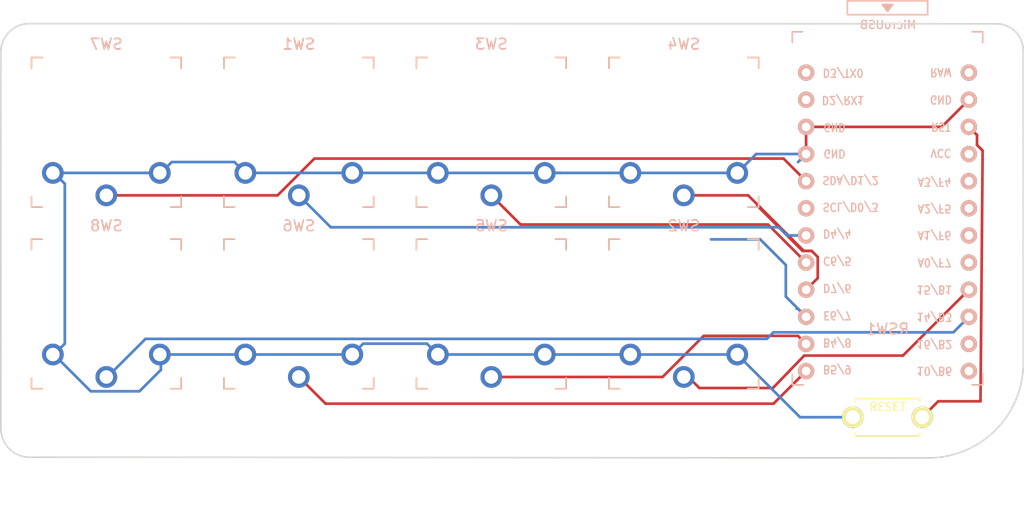
<source format=kicad_pcb>
(kicad_pcb (version 20171130) (host pcbnew 5.1.8)

  (general
    (thickness 1.6)
    (drawings 8)
    (tracks 97)
    (zones 0)
    (modules 10)
    (nets 23)
  )

  (page A4)
  (title_block
    (title macro2)
    (date 2020-04-18)
    (rev 0.1)
    (company broomlabs)
  )

  (layers
    (0 F.Cu signal)
    (31 B.Cu signal)
    (32 B.Adhes user)
    (33 F.Adhes user)
    (34 B.Paste user)
    (35 F.Paste user)
    (36 B.SilkS user)
    (37 F.SilkS user)
    (38 B.Mask user)
    (39 F.Mask user)
    (40 Dwgs.User user)
    (41 Cmts.User user)
    (42 Eco1.User user)
    (43 Eco2.User user)
    (44 Edge.Cuts user)
    (45 Margin user)
    (46 B.CrtYd user)
    (47 F.CrtYd user)
    (48 B.Fab user)
    (49 F.Fab user)
  )

  (setup
    (last_trace_width 0.25)
    (trace_clearance 0.2)
    (zone_clearance 0.508)
    (zone_45_only no)
    (trace_min 0.2)
    (via_size 0.8)
    (via_drill 0.4)
    (via_min_size 0.4)
    (via_min_drill 0.3)
    (uvia_size 0.3)
    (uvia_drill 0.1)
    (uvias_allowed no)
    (uvia_min_size 0.2)
    (uvia_min_drill 0.1)
    (edge_width 0.15)
    (segment_width 0.2)
    (pcb_text_width 0.3)
    (pcb_text_size 1.5 1.5)
    (mod_edge_width 0.15)
    (mod_text_size 1 1)
    (mod_text_width 0.15)
    (pad_size 2.032 2.032)
    (pad_drill 1.27)
    (pad_to_mask_clearance 0.2)
    (aux_axis_origin 0 0)
    (visible_elements FFFFFF7F)
    (pcbplotparams
      (layerselection 0x010f0_ffffffff)
      (usegerberextensions false)
      (usegerberattributes false)
      (usegerberadvancedattributes false)
      (creategerberjobfile false)
      (excludeedgelayer true)
      (linewidth 0.100000)
      (plotframeref false)
      (viasonmask false)
      (mode 1)
      (useauxorigin false)
      (hpglpennumber 1)
      (hpglpenspeed 20)
      (hpglpendiameter 15.000000)
      (psnegative false)
      (psa4output false)
      (plotreference true)
      (plotvalue true)
      (plotinvisibletext false)
      (padsonsilk false)
      (subtractmaskfromsilk false)
      (outputformat 1)
      (mirror false)
      (drillshape 0)
      (scaleselection 1)
      (outputdirectory "gerber/"))
  )

  (net 0 "")
  (net 1 /RESET)
  (net 2 GND)
  (net 3 /SW_1)
  (net 4 /SW_2)
  (net 5 /SW_3)
  (net 6 /SW_4)
  (net 7 /SW_5)
  (net 8 /SW_6)
  (net 9 "Net-(U1-Pad24)")
  (net 10 VCC)
  (net 11 "Net-(U1-Pad20)")
  (net 12 "Net-(U1-Pad19)")
  (net 13 "Net-(U1-Pad18)")
  (net 14 "Net-(U1-Pad17)")
  (net 15 "Net-(U1-Pad16)")
  (net 16 "Net-(U1-Pad15)")
  (net 17 "Net-(U1-Pad14)")
  (net 18 "Net-(U1-Pad13)")
  (net 19 "Net-(U1-Pad6)")
  (net 20 "Net-(U1-Pad5)")
  (net 21 "Net-(SW7-PadA)")
  (net 22 "Net-(SW7-PadB)")

  (net_class Default "これはデフォルトのネット クラスです。"
    (clearance 0.2)
    (trace_width 0.25)
    (via_dia 0.8)
    (via_drill 0.4)
    (uvia_dia 0.3)
    (uvia_drill 0.1)
    (add_net /RESET)
    (add_net /SW_1)
    (add_net /SW_2)
    (add_net /SW_3)
    (add_net /SW_4)
    (add_net /SW_5)
    (add_net /SW_6)
    (add_net GND)
    (add_net "Net-(SW7-PadA)")
    (add_net "Net-(SW7-PadB)")
    (add_net "Net-(U1-Pad13)")
    (add_net "Net-(U1-Pad14)")
    (add_net "Net-(U1-Pad15)")
    (add_net "Net-(U1-Pad16)")
    (add_net "Net-(U1-Pad17)")
    (add_net "Net-(U1-Pad18)")
    (add_net "Net-(U1-Pad19)")
    (add_net "Net-(U1-Pad20)")
    (add_net "Net-(U1-Pad24)")
    (add_net "Net-(U1-Pad5)")
    (add_net "Net-(U1-Pad6)")
    (add_net VCC)
  )

  (module kbd:SW_PG1350_reversible (layer F.Cu) (tedit 5FA9B38D) (tstamp 5FA9B3E7)
    (at 92.46 70.48)
    (descr "Kailh \"Choc\" PG1350 keyswitch, able to be mounted on front or back of PCB")
    (tags kailh,choc)
    (path /5CB5EE94)
    (fp_text reference SW4 (at 0 4.15) (layer Dwgs.User) hide
      (effects (font (size 1 1) (thickness 0.15)))
    )
    (fp_text value SW_PUSH (at -0.05 5.7) (layer Dwgs.User) hide
      (effects (font (size 1 1) (thickness 0.15)))
    )
    (fp_line (start 6 -7) (end 7 -7) (layer F.SilkS) (width 0.15))
    (fp_line (start 7 -7) (end 7 -6) (layer F.SilkS) (width 0.15))
    (fp_line (start 7 6) (end 7 7) (layer F.SilkS) (width 0.15))
    (fp_line (start 7 7) (end 6 7) (layer F.SilkS) (width 0.15))
    (fp_line (start -6 7) (end -7 7) (layer F.SilkS) (width 0.15))
    (fp_line (start -7 7) (end -7 6) (layer F.SilkS) (width 0.15))
    (fp_line (start -7 -6) (end -7 -7) (layer F.SilkS) (width 0.15))
    (fp_line (start -7 -7) (end -6 -7) (layer F.SilkS) (width 0.15))
    (fp_line (start -2.6 -3.1) (end 2.6 -3.1) (layer Eco2.User) (width 0.15))
    (fp_line (start 2.6 -3.1) (end 2.6 -6.3) (layer Eco2.User) (width 0.15))
    (fp_line (start 2.6 -6.3) (end -2.6 -6.3) (layer Eco2.User) (width 0.15))
    (fp_line (start -2.6 -3.1) (end -2.6 -6.3) (layer Eco2.User) (width 0.15))
    (fp_line (start -7 -6) (end -7 -7) (layer B.SilkS) (width 0.15))
    (fp_line (start -7 -7) (end -6 -7) (layer B.SilkS) (width 0.15))
    (fp_line (start -6 7) (end -7 7) (layer B.SilkS) (width 0.15))
    (fp_line (start -7 7) (end -7 6) (layer B.SilkS) (width 0.15))
    (fp_line (start 7 6) (end 7 7) (layer B.SilkS) (width 0.15))
    (fp_line (start 7 7) (end 6 7) (layer B.SilkS) (width 0.15))
    (fp_line (start 6 -7) (end 7 -7) (layer B.SilkS) (width 0.15))
    (fp_line (start 7 -7) (end 7 -6) (layer B.SilkS) (width 0.15))
    (fp_line (start -6.9 6.9) (end 6.9 6.9) (layer Eco2.User) (width 0.15))
    (fp_line (start 6.9 -6.9) (end -6.9 -6.9) (layer Eco2.User) (width 0.15))
    (fp_line (start 6.9 -6.9) (end 6.9 6.9) (layer Eco2.User) (width 0.15))
    (fp_line (start -6.9 6.9) (end -6.9 -6.9) (layer Eco2.User) (width 0.15))
    (fp_line (start -7.5 -7.5) (end 7.5 -7.5) (layer B.Fab) (width 0.15))
    (fp_line (start 7.5 -7.5) (end 7.5 7.5) (layer B.Fab) (width 0.15))
    (fp_line (start 7.5 7.5) (end -7.5 7.5) (layer B.Fab) (width 0.15))
    (fp_line (start -7.5 7.5) (end -7.5 -7.5) (layer B.Fab) (width 0.15))
    (fp_line (start -7.5 -7.5) (end 7.5 -7.5) (layer F.Fab) (width 0.15))
    (fp_line (start 7.5 7.5) (end -7.5 7.5) (layer F.Fab) (width 0.15))
    (fp_line (start 7.5 -7.5) (end 7.5 7.5) (layer F.Fab) (width 0.15))
    (fp_line (start -7.5 7.5) (end -7.5 -7.5) (layer F.Fab) (width 0.15))
    (fp_text user %R (at 0 0) (layer B.Fab)
      (effects (font (size 1 1) (thickness 0.15)) (justify mirror))
    )
    (fp_text user %R (at 0 0) (layer F.Fab)
      (effects (font (size 1 1) (thickness 0.15)))
    )
    (fp_text user %V (at 0 8.255) (layer B.Fab)
      (effects (font (size 1 1) (thickness 0.15)) (justify mirror))
    )
    (fp_text user %R (at 0 -8.255) (layer B.SilkS)
      (effects (font (size 1 1) (thickness 0.15)) (justify mirror))
    )
    (pad "" np_thru_hole circle (at -5.5 0) (size 1.7018 1.7018) (drill 1.7018) (layers *.Cu *.Mask))
    (pad "" np_thru_hole circle (at 5.5 0) (size 1.7018 1.7018) (drill 1.7018) (layers *.Cu *.Mask))
    (pad "" np_thru_hole circle (at 5.22 -4.2) (size 0.9906 0.9906) (drill 0.9906) (layers *.Cu *.Mask))
    (pad 1 thru_hole circle (at 0 5.9) (size 2.032 2.032) (drill 1.27) (layers *.Cu *.Mask)
      (net 5 /SW_3))
    (pad 2 thru_hole circle (at -5 3.8) (size 2.032 2.032) (drill 1.27) (layers *.Cu *.Mask)
      (net 2 GND))
    (pad "" np_thru_hole circle (at 0 0) (size 3.429 3.429) (drill 3.429) (layers *.Cu *.Mask))
    (pad 2 thru_hole circle (at 5 3.8) (size 2.032 2.032) (drill 1.27) (layers *.Cu *.Mask)
      (net 2 GND))
    (pad "" np_thru_hole circle (at -5.22 -4.2) (size 0.9906 0.9906) (drill 0.9906) (layers *.Cu *.Mask))
  )

  (module kbd:SW_PG1350_reversible (layer F.Cu) (tedit 5FA9B39A) (tstamp 5FA9B389)
    (at 74.46 70.48)
    (descr "Kailh \"Choc\" PG1350 keyswitch, able to be mounted on front or back of PCB")
    (tags kailh,choc)
    (path /5CB5EE94)
    (fp_text reference SW3 (at 0 4.15) (layer Dwgs.User) hide
      (effects (font (size 1 1) (thickness 0.15)))
    )
    (fp_text value SW_PUSH (at -0.05 5.7) (layer Dwgs.User) hide
      (effects (font (size 1 1) (thickness 0.15)))
    )
    (fp_text user %R (at 0 -8.255) (layer B.SilkS)
      (effects (font (size 1 1) (thickness 0.15)) (justify mirror))
    )
    (fp_text user %V (at 0 8.255) (layer B.Fab)
      (effects (font (size 1 1) (thickness 0.15)) (justify mirror))
    )
    (fp_text user %R (at 0 0) (layer F.Fab)
      (effects (font (size 1 1) (thickness 0.15)))
    )
    (fp_text user %R (at 0 0) (layer B.Fab)
      (effects (font (size 1 1) (thickness 0.15)) (justify mirror))
    )
    (fp_line (start -7.5 7.5) (end -7.5 -7.5) (layer F.Fab) (width 0.15))
    (fp_line (start 7.5 -7.5) (end 7.5 7.5) (layer F.Fab) (width 0.15))
    (fp_line (start 7.5 7.5) (end -7.5 7.5) (layer F.Fab) (width 0.15))
    (fp_line (start -7.5 -7.5) (end 7.5 -7.5) (layer F.Fab) (width 0.15))
    (fp_line (start -7.5 7.5) (end -7.5 -7.5) (layer B.Fab) (width 0.15))
    (fp_line (start 7.5 7.5) (end -7.5 7.5) (layer B.Fab) (width 0.15))
    (fp_line (start 7.5 -7.5) (end 7.5 7.5) (layer B.Fab) (width 0.15))
    (fp_line (start -7.5 -7.5) (end 7.5 -7.5) (layer B.Fab) (width 0.15))
    (fp_line (start -6.9 6.9) (end -6.9 -6.9) (layer Eco2.User) (width 0.15))
    (fp_line (start 6.9 -6.9) (end 6.9 6.9) (layer Eco2.User) (width 0.15))
    (fp_line (start 6.9 -6.9) (end -6.9 -6.9) (layer Eco2.User) (width 0.15))
    (fp_line (start -6.9 6.9) (end 6.9 6.9) (layer Eco2.User) (width 0.15))
    (fp_line (start 7 -7) (end 7 -6) (layer B.SilkS) (width 0.15))
    (fp_line (start 6 -7) (end 7 -7) (layer B.SilkS) (width 0.15))
    (fp_line (start 7 7) (end 6 7) (layer B.SilkS) (width 0.15))
    (fp_line (start 7 6) (end 7 7) (layer B.SilkS) (width 0.15))
    (fp_line (start -7 7) (end -7 6) (layer B.SilkS) (width 0.15))
    (fp_line (start -6 7) (end -7 7) (layer B.SilkS) (width 0.15))
    (fp_line (start -7 -7) (end -6 -7) (layer B.SilkS) (width 0.15))
    (fp_line (start -7 -6) (end -7 -7) (layer B.SilkS) (width 0.15))
    (fp_line (start -2.6 -3.1) (end -2.6 -6.3) (layer Eco2.User) (width 0.15))
    (fp_line (start 2.6 -6.3) (end -2.6 -6.3) (layer Eco2.User) (width 0.15))
    (fp_line (start 2.6 -3.1) (end 2.6 -6.3) (layer Eco2.User) (width 0.15))
    (fp_line (start -2.6 -3.1) (end 2.6 -3.1) (layer Eco2.User) (width 0.15))
    (fp_line (start -7 -7) (end -6 -7) (layer F.SilkS) (width 0.15))
    (fp_line (start -7 -6) (end -7 -7) (layer F.SilkS) (width 0.15))
    (fp_line (start -7 7) (end -7 6) (layer F.SilkS) (width 0.15))
    (fp_line (start -6 7) (end -7 7) (layer F.SilkS) (width 0.15))
    (fp_line (start 7 7) (end 6 7) (layer F.SilkS) (width 0.15))
    (fp_line (start 7 6) (end 7 7) (layer F.SilkS) (width 0.15))
    (fp_line (start 7 -7) (end 7 -6) (layer F.SilkS) (width 0.15))
    (fp_line (start 6 -7) (end 7 -7) (layer F.SilkS) (width 0.15))
    (pad "" np_thru_hole circle (at -5.22 -4.2) (size 0.9906 0.9906) (drill 0.9906) (layers *.Cu *.Mask))
    (pad 2 thru_hole circle (at 5 3.8) (size 2.032 2.032) (drill 1.27) (layers *.Cu *.Mask)
      (net 2 GND))
    (pad "" np_thru_hole circle (at 0 0) (size 3.429 3.429) (drill 3.429) (layers *.Cu *.Mask))
    (pad 2 thru_hole circle (at -5 3.8) (size 2.032 2.032) (drill 1.27) (layers *.Cu *.Mask)
      (net 2 GND))
    (pad 1 thru_hole circle (at 0 5.9) (size 2.032 2.032) (drill 1.27) (layers *.Cu *.Mask)
      (net 4 /SW_2))
    (pad "" np_thru_hole circle (at 5.22 -4.2) (size 0.9906 0.9906) (drill 0.9906) (layers *.Cu *.Mask))
    (pad "" np_thru_hole circle (at 5.5 0) (size 1.7018 1.7018) (drill 1.7018) (layers *.Cu *.Mask))
    (pad "" np_thru_hole circle (at -5.5 0) (size 1.7018 1.7018) (drill 1.7018) (layers *.Cu *.Mask))
  )

  (module kbd:SW_PG1350_reversible (layer F.Cu) (tedit 5EAFDBC5) (tstamp 5EAFDB40)
    (at 38.46 87.48)
    (descr "Kailh \"Choc\" PG1350 keyswitch, able to be mounted on front or back of PCB")
    (tags kailh,choc)
    (path /5CB5EE9C)
    (fp_text reference SW8 (at 0 4.15) (layer Dwgs.User) hide
      (effects (font (size 1 1) (thickness 0.15)))
    )
    (fp_text value SW_PUSH (at -0.05 5.7) (layer Dwgs.User) hide
      (effects (font (size 1 1) (thickness 0.15)))
    )
    (fp_line (start -7.5 7.5) (end -7.5 -7.5) (layer F.Fab) (width 0.15))
    (fp_line (start 7.5 -7.5) (end 7.5 7.5) (layer F.Fab) (width 0.15))
    (fp_line (start 7.5 7.5) (end -7.5 7.5) (layer F.Fab) (width 0.15))
    (fp_line (start -7.5 -7.5) (end 7.5 -7.5) (layer F.Fab) (width 0.15))
    (fp_line (start -7.5 7.5) (end -7.5 -7.5) (layer B.Fab) (width 0.15))
    (fp_line (start 7.5 7.5) (end -7.5 7.5) (layer B.Fab) (width 0.15))
    (fp_line (start 7.5 -7.5) (end 7.5 7.5) (layer B.Fab) (width 0.15))
    (fp_line (start -7.5 -7.5) (end 7.5 -7.5) (layer B.Fab) (width 0.15))
    (fp_line (start -6.9 6.9) (end -6.9 -6.9) (layer Eco2.User) (width 0.15))
    (fp_line (start 6.9 -6.9) (end 6.9 6.9) (layer Eco2.User) (width 0.15))
    (fp_line (start 6.9 -6.9) (end -6.9 -6.9) (layer Eco2.User) (width 0.15))
    (fp_line (start -6.9 6.9) (end 6.9 6.9) (layer Eco2.User) (width 0.15))
    (fp_line (start 7 -7) (end 7 -6) (layer B.SilkS) (width 0.15))
    (fp_line (start 6 -7) (end 7 -7) (layer B.SilkS) (width 0.15))
    (fp_line (start 7 7) (end 6 7) (layer B.SilkS) (width 0.15))
    (fp_line (start 7 6) (end 7 7) (layer B.SilkS) (width 0.15))
    (fp_line (start -7 7) (end -7 6) (layer B.SilkS) (width 0.15))
    (fp_line (start -6 7) (end -7 7) (layer B.SilkS) (width 0.15))
    (fp_line (start -7 -7) (end -6 -7) (layer B.SilkS) (width 0.15))
    (fp_line (start -7 -6) (end -7 -7) (layer B.SilkS) (width 0.15))
    (fp_line (start -2.6 -3.1) (end -2.6 -6.3) (layer Eco2.User) (width 0.15))
    (fp_line (start 2.6 -6.3) (end -2.6 -6.3) (layer Eco2.User) (width 0.15))
    (fp_line (start 2.6 -3.1) (end 2.6 -6.3) (layer Eco2.User) (width 0.15))
    (fp_line (start -2.6 -3.1) (end 2.6 -3.1) (layer Eco2.User) (width 0.15))
    (fp_line (start -7 -7) (end -6 -7) (layer F.SilkS) (width 0.15))
    (fp_line (start -7 -6) (end -7 -7) (layer F.SilkS) (width 0.15))
    (fp_line (start -7 7) (end -7 6) (layer F.SilkS) (width 0.15))
    (fp_line (start -6 7) (end -7 7) (layer F.SilkS) (width 0.15))
    (fp_line (start 7 7) (end 6 7) (layer F.SilkS) (width 0.15))
    (fp_line (start 7 6) (end 7 7) (layer F.SilkS) (width 0.15))
    (fp_line (start 7 -7) (end 7 -6) (layer F.SilkS) (width 0.15))
    (fp_line (start 6 -7) (end 7 -7) (layer F.SilkS) (width 0.15))
    (fp_text user %R (at 0 -8.255) (layer B.SilkS)
      (effects (font (size 1 1) (thickness 0.15)) (justify mirror))
    )
    (fp_text user %V (at 0 8.255) (layer B.Fab)
      (effects (font (size 1 1) (thickness 0.15)) (justify mirror))
    )
    (fp_text user %R (at 0 0) (layer F.Fab)
      (effects (font (size 1 1) (thickness 0.15)))
    )
    (fp_text user %R (at 0 0) (layer B.Fab)
      (effects (font (size 1 1) (thickness 0.15)) (justify mirror))
    )
    (pad "" np_thru_hole circle (at -5.22 -4.2) (size 0.9906 0.9906) (drill 0.9906) (layers *.Cu *.Mask))
    (pad 2 thru_hole circle (at 5 3.8) (size 2.032 2.032) (drill 1.27) (layers *.Cu *.Mask)
      (net 2 GND))
    (pad "" np_thru_hole circle (at 0 0) (size 3.429 3.429) (drill 3.429) (layers *.Cu *.Mask))
    (pad 2 thru_hole circle (at -5 3.8) (size 2.032 2.032) (drill 1.27) (layers *.Cu *.Mask)
      (net 2 GND))
    (pad 1 thru_hole circle (at 0 5.9) (size 2.032 2.032) (drill 1.27) (layers *.Cu *.Mask)
      (net 16 "Net-(U1-Pad15)"))
    (pad "" np_thru_hole circle (at 5.22 -4.2) (size 0.9906 0.9906) (drill 0.9906) (layers *.Cu *.Mask))
    (pad "" np_thru_hole circle (at 5.5 0) (size 1.7018 1.7018) (drill 1.7018) (layers *.Cu *.Mask))
    (pad "" np_thru_hole circle (at -5.5 0) (size 1.7018 1.7018) (drill 1.7018) (layers *.Cu *.Mask))
  )

  (module kbd:SW_PG1350_reversible (layer F.Cu) (tedit 5EAFDC33) (tstamp 5EAFDB11)
    (at 38.46 70.48)
    (descr "Kailh \"Choc\" PG1350 keyswitch, able to be mounted on front or back of PCB")
    (tags kailh,choc)
    (path /5CB5D7EA)
    (fp_text reference SW7 (at 0 4.15) (layer Dwgs.User) hide
      (effects (font (size 1 1) (thickness 0.15)))
    )
    (fp_text value SW_PUSH (at -0.05 5.7) (layer Dwgs.User) hide
      (effects (font (size 1 1) (thickness 0.15)))
    )
    (fp_line (start -7.5 7.5) (end -7.5 -7.5) (layer F.Fab) (width 0.15))
    (fp_line (start 7.5 -7.5) (end 7.5 7.5) (layer F.Fab) (width 0.15))
    (fp_line (start 7.5 7.5) (end -7.5 7.5) (layer F.Fab) (width 0.15))
    (fp_line (start -7.5 -7.5) (end 7.5 -7.5) (layer F.Fab) (width 0.15))
    (fp_line (start -7.5 7.5) (end -7.5 -7.5) (layer B.Fab) (width 0.15))
    (fp_line (start 7.5 7.5) (end -7.5 7.5) (layer B.Fab) (width 0.15))
    (fp_line (start 7.5 -7.5) (end 7.5 7.5) (layer B.Fab) (width 0.15))
    (fp_line (start -7.5 -7.5) (end 7.5 -7.5) (layer B.Fab) (width 0.15))
    (fp_line (start -6.9 6.9) (end -6.9 -6.9) (layer Eco2.User) (width 0.15))
    (fp_line (start 6.9 -6.9) (end 6.9 6.9) (layer Eco2.User) (width 0.15))
    (fp_line (start 6.9 -6.9) (end -6.9 -6.9) (layer Eco2.User) (width 0.15))
    (fp_line (start -6.9 6.9) (end 6.9 6.9) (layer Eco2.User) (width 0.15))
    (fp_line (start 7 -7) (end 7 -6) (layer B.SilkS) (width 0.15))
    (fp_line (start 6 -7) (end 7 -7) (layer B.SilkS) (width 0.15))
    (fp_line (start 7 7) (end 6 7) (layer B.SilkS) (width 0.15))
    (fp_line (start 7 6) (end 7 7) (layer B.SilkS) (width 0.15))
    (fp_line (start -7 7) (end -7 6) (layer B.SilkS) (width 0.15))
    (fp_line (start -6 7) (end -7 7) (layer B.SilkS) (width 0.15))
    (fp_line (start -7 -7) (end -6 -7) (layer B.SilkS) (width 0.15))
    (fp_line (start -7 -6) (end -7 -7) (layer B.SilkS) (width 0.15))
    (fp_line (start -2.6 -3.1) (end -2.6 -6.3) (layer Eco2.User) (width 0.15))
    (fp_line (start 2.6 -6.3) (end -2.6 -6.3) (layer Eco2.User) (width 0.15))
    (fp_line (start 2.6 -3.1) (end 2.6 -6.3) (layer Eco2.User) (width 0.15))
    (fp_line (start -2.6 -3.1) (end 2.6 -3.1) (layer Eco2.User) (width 0.15))
    (fp_line (start -7 -7) (end -6 -7) (layer F.SilkS) (width 0.15))
    (fp_line (start -7 -6) (end -7 -7) (layer F.SilkS) (width 0.15))
    (fp_line (start -7 7) (end -7 6) (layer F.SilkS) (width 0.15))
    (fp_line (start -6 7) (end -7 7) (layer F.SilkS) (width 0.15))
    (fp_line (start 7 7) (end 6 7) (layer F.SilkS) (width 0.15))
    (fp_line (start 7 6) (end 7 7) (layer F.SilkS) (width 0.15))
    (fp_line (start 7 -7) (end 7 -6) (layer F.SilkS) (width 0.15))
    (fp_line (start 6 -7) (end 7 -7) (layer F.SilkS) (width 0.15))
    (fp_text user %R (at 0 -8.255) (layer B.SilkS)
      (effects (font (size 1 1) (thickness 0.15)) (justify mirror))
    )
    (fp_text user %V (at 0 8.255) (layer B.Fab)
      (effects (font (size 1 1) (thickness 0.15)) (justify mirror))
    )
    (fp_text user %R (at 0 0) (layer F.Fab)
      (effects (font (size 1 1) (thickness 0.15)))
    )
    (fp_text user %R (at 0 -8.255) (layer B.SilkS)
      (effects (font (size 1 1) (thickness 0.15)) (justify mirror))
    )
    (pad "" np_thru_hole circle (at -5.22 -4.2) (size 0.9906 0.9906) (drill 0.9906) (layers *.Cu *.Mask))
    (pad 2 thru_hole circle (at 5 3.8) (size 2.032 2.032) (drill 1.27) (layers *.Cu *.Mask)
      (net 2 GND))
    (pad "" np_thru_hole circle (at 0 0) (size 3.429 3.429) (drill 3.429) (layers *.Cu *.Mask))
    (pad 2 thru_hole circle (at -5 3.8) (size 2.032 2.032) (drill 1.27) (layers *.Cu *.Mask)
      (net 2 GND))
    (pad 1 thru_hole circle (at 0 5.9) (size 2.032 2.032) (drill 1.27) (layers *.Cu *.Mask)
      (net 20 "Net-(U1-Pad5)"))
    (pad "" np_thru_hole circle (at 5.22 -4.2) (size 0.9906 0.9906) (drill 0.9906) (layers *.Cu *.Mask))
    (pad "" np_thru_hole circle (at 5.5 0) (size 1.7018 1.7018) (drill 1.7018) (layers *.Cu *.Mask))
    (pad "" np_thru_hole circle (at -5.5 0) (size 1.7018 1.7018) (drill 1.7018) (layers *.Cu *.Mask))
  )

  (module kbd:ProMicro_v3 (layer B.Cu) (tedit 5EAC4A3F) (tstamp 5CB64683)
    (at 111.51 79.37 180)
    (path /5CB5F40D)
    (fp_text reference U1 (at 0 5 90) (layer B.SilkS) hide
      (effects (font (size 1 1) (thickness 0.15)) (justify mirror))
    )
    (fp_text value ProMicro_r (at -0.1 -0.05 -90) (layer B.Fab) hide
      (effects (font (size 1 1) (thickness 0.15)) (justify mirror))
    )
    (fp_line (start -0.15 20.4) (end 0.15 20.4) (layer B.SilkS) (width 0.15))
    (fp_line (start -0.25 20.55) (end 0.25 20.55) (layer B.SilkS) (width 0.15))
    (fp_line (start -0.35 20.7) (end 0.35 20.7) (layer B.SilkS) (width 0.15))
    (fp_line (start 0 20.2) (end -0.5 20.85) (layer B.SilkS) (width 0.15))
    (fp_line (start 0.5 20.85) (end 0 20.2) (layer B.SilkS) (width 0.15))
    (fp_line (start -0.5 20.85) (end 0.5 20.85) (layer B.SilkS) (width 0.15))
    (fp_line (start 3.75 21.2) (end -3.75 21.2) (layer B.SilkS) (width 0.15))
    (fp_line (start 3.75 19.9) (end 3.75 21.2) (layer B.SilkS) (width 0.15))
    (fp_line (start -3.75 19.9) (end 3.75 19.9) (layer B.SilkS) (width 0.15))
    (fp_line (start -3.75 21.2) (end -3.75 19.9) (layer B.SilkS) (width 0.15))
    (fp_line (start 3.76 18.3) (end 8.9 18.3) (layer B.Fab) (width 0.15))
    (fp_line (start -3.75 18.3) (end 3.75 18.3) (layer B.Fab) (width 0.15))
    (fp_line (start -3.75 19.6) (end -3.75 18.299039) (layer B.Fab) (width 0.15))
    (fp_line (start 3.75 19.6) (end 3.75 18.3) (layer B.Fab) (width 0.15))
    (fp_line (start -3.75 19.6) (end 3.75 19.6) (layer B.Fab) (width 0.15))
    (fp_line (start -8.9 18.3) (end -3.75 18.3) (layer B.Fab) (width 0.15))
    (fp_line (start 8.9 18.3) (end 8.9 -14.75) (layer B.Fab) (width 0.15))
    (fp_line (start 8.9 -14.75) (end -8.9 -14.75) (layer B.Fab) (width 0.15))
    (fp_line (start -8.9 -14.75) (end -8.9 18.3) (layer B.Fab) (width 0.15))
    (fp_line (start -8.9 18.3) (end -8.9 17.3) (layer B.SilkS) (width 0.15))
    (fp_line (start 8.9 18.3) (end 8.9 17.3) (layer B.SilkS) (width 0.15))
    (fp_line (start -8.9 18.3) (end -7.9 18.3) (layer B.SilkS) (width 0.15))
    (fp_line (start 8.9 18.3) (end 7.95 18.3) (layer B.SilkS) (width 0.15))
    (fp_line (start -8.9 -13.7) (end -8.9 -14.75) (layer B.SilkS) (width 0.15))
    (fp_line (start 8.9 -13.75) (end 8.9 -14.75) (layer B.SilkS) (width 0.15))
    (fp_line (start -8.9 -14.75) (end -7.9 -14.75) (layer B.SilkS) (width 0.15))
    (fp_line (start 8.9 -14.75) (end 7.89 -14.75) (layer B.SilkS) (width 0.15))
    (fp_text user "" (at -1.2515 16.256) (layer F.SilkS)
      (effects (font (size 1 1) (thickness 0.15)))
    )
    (fp_text user "" (at -0.545 17.4) (layer B.SilkS)
      (effects (font (size 1 1) (thickness 0.15)) (justify mirror))
    )
    (fp_text user RAW (at -4.995 14.5 180 unlocked) (layer B.SilkS)
      (effects (font (size 0.75 0.67) (thickness 0.125)) (justify mirror))
    )
    (fp_text user GND (at -4.995 11.95 180 unlocked) (layer B.SilkS)
      (effects (font (size 0.75 0.67) (thickness 0.125)) (justify mirror))
    )
    (fp_text user RST (at -4.995 9.4 180 unlocked) (layer B.SilkS)
      (effects (font (size 0.75 0.67) (thickness 0.125)) (justify mirror))
    )
    (fp_text user VCC (at -4.995 6.95 180 unlocked) (layer B.SilkS)
      (effects (font (size 0.75 0.67) (thickness 0.125)) (justify mirror))
    )
    (fp_text user A3/F4 (at -4.395 4.25 180 unlocked) (layer B.SilkS)
      (effects (font (size 0.75 0.67) (thickness 0.125)) (justify mirror))
    )
    (fp_text user A2/F5 (at -4.395 1.75 180 unlocked) (layer B.SilkS)
      (effects (font (size 0.75 0.67) (thickness 0.125)) (justify mirror))
    )
    (fp_text user A1/F6 (at -4.395 -0.75 180 unlocked) (layer B.SilkS)
      (effects (font (size 0.75 0.67) (thickness 0.125)) (justify mirror))
    )
    (fp_text user A0/F7 (at -4.395 -3.3 180 unlocked) (layer B.SilkS)
      (effects (font (size 0.75 0.67) (thickness 0.125)) (justify mirror))
    )
    (fp_text user 15/B1 (at -4.395 -5.85 180 unlocked) (layer B.SilkS)
      (effects (font (size 0.75 0.67) (thickness 0.125)) (justify mirror))
    )
    (fp_text user 14/B3 (at -4.395 -8.4 180 unlocked) (layer B.SilkS)
      (effects (font (size 0.75 0.67) (thickness 0.125)) (justify mirror))
    )
    (fp_text user 10/B6 (at -4.395 -13.45 180 unlocked) (layer B.SilkS)
      (effects (font (size 0.75 0.67) (thickness 0.125)) (justify mirror))
    )
    (fp_text user 16/B2 (at -4.395 -10.95 180 unlocked) (layer B.SilkS)
      (effects (font (size 0.75 0.67) (thickness 0.125)) (justify mirror))
    )
    (fp_text user E6/7 (at 4.705 -8.25 180 unlocked) (layer B.SilkS)
      (effects (font (size 0.75 0.67) (thickness 0.125)) (justify mirror))
    )
    (fp_text user D7/6 (at 4.705 -5.7 180 unlocked) (layer B.SilkS)
      (effects (font (size 0.75 0.67) (thickness 0.125)) (justify mirror))
    )
    (fp_text user GND (at 4.955 9.35 180 unlocked) (layer B.SilkS)
      (effects (font (size 0.75 0.67) (thickness 0.125)) (justify mirror))
    )
    (fp_text user GND (at 4.955 6.9 180 unlocked) (layer B.SilkS)
      (effects (font (size 0.75 0.67) (thickness 0.125)) (justify mirror))
    )
    (fp_text user D3/TX0 (at 4.155 14.45 180 unlocked) (layer B.SilkS)
      (effects (font (size 0.75 0.67) (thickness 0.125)) (justify mirror))
    )
    (fp_text user D4/4 (at 4.705 -0.6 180 unlocked) (layer B.SilkS)
      (effects (font (size 0.75 0.67) (thickness 0.125)) (justify mirror))
    )
    (fp_text user SDA/D1/2 (at 3.455 4.4 180 unlocked) (layer B.SilkS)
      (effects (font (size 0.75 0.67) (thickness 0.125)) (justify mirror))
    )
    (fp_text user SCL/D0/3 (at 3.455 1.9 180 unlocked) (layer B.SilkS)
      (effects (font (size 0.75 0.67) (thickness 0.125)) (justify mirror))
    )
    (fp_text user C6/5 (at 4.705 -3.15 180 unlocked) (layer B.SilkS)
      (effects (font (size 0.75 0.67) (thickness 0.125)) (justify mirror))
    )
    (fp_text user B5/9 (at 4.705 -13.3 180 unlocked) (layer B.SilkS)
      (effects (font (size 0.75 0.67) (thickness 0.125)) (justify mirror))
    )
    (fp_text user D2/RX1 (at 4.155 11.9 180 unlocked) (layer B.SilkS)
      (effects (font (size 0.75 0.67) (thickness 0.125)) (justify mirror))
    )
    (fp_text user B4/8 (at 4.705 -10.8 180 unlocked) (layer B.SilkS)
      (effects (font (size 0.75 0.67) (thickness 0.125)) (justify mirror))
    )
    (fp_text user MicroUSB (at -0.05 18.95) (layer B.SilkS)
      (effects (font (size 0.75 0.75) (thickness 0.12)) (justify mirror))
    )
    (pad 24 thru_hole circle (at -7.6086 14.478 180) (size 1.524 1.524) (drill 0.8128) (layers *.Cu *.Mask B.SilkS)
      (net 9 "Net-(U1-Pad24)"))
    (pad 23 thru_hole circle (at -7.6086 11.938 180) (size 1.524 1.524) (drill 0.8128) (layers *.Cu *.Mask B.SilkS)
      (net 2 GND))
    (pad 22 thru_hole circle (at -7.6086 9.398 180) (size 1.524 1.524) (drill 0.8128) (layers *.Cu *.Mask B.SilkS)
      (net 1 /RESET))
    (pad 21 thru_hole circle (at -7.6086 6.858 180) (size 1.524 1.524) (drill 0.8128) (layers *.Cu *.Mask B.SilkS)
      (net 10 VCC))
    (pad 20 thru_hole circle (at -7.6086 4.318 180) (size 1.524 1.524) (drill 0.8128) (layers *.Cu *.Mask B.SilkS)
      (net 11 "Net-(U1-Pad20)"))
    (pad 19 thru_hole circle (at -7.6086 1.778 180) (size 1.524 1.524) (drill 0.8128) (layers *.Cu *.Mask B.SilkS)
      (net 12 "Net-(U1-Pad19)"))
    (pad 18 thru_hole circle (at -7.6086 -0.762 180) (size 1.524 1.524) (drill 0.8128) (layers *.Cu *.Mask B.SilkS)
      (net 13 "Net-(U1-Pad18)"))
    (pad 17 thru_hole circle (at -7.6086 -3.302 180) (size 1.524 1.524) (drill 0.8128) (layers *.Cu *.Mask B.SilkS)
      (net 14 "Net-(U1-Pad17)"))
    (pad 16 thru_hole circle (at -7.6086 -5.842 180) (size 1.524 1.524) (drill 0.8128) (layers *.Cu *.Mask B.SilkS)
      (net 15 "Net-(U1-Pad16)"))
    (pad 15 thru_hole circle (at -7.6086 -8.382 180) (size 1.524 1.524) (drill 0.8128) (layers *.Cu *.Mask B.SilkS)
      (net 16 "Net-(U1-Pad15)"))
    (pad 14 thru_hole circle (at -7.6086 -10.922 180) (size 1.524 1.524) (drill 0.8128) (layers *.Cu *.Mask B.SilkS)
      (net 17 "Net-(U1-Pad14)"))
    (pad 13 thru_hole circle (at -7.6086 -13.462 180) (size 1.524 1.524) (drill 0.8128) (layers *.Cu *.Mask B.SilkS)
      (net 18 "Net-(U1-Pad13)"))
    (pad 12 thru_hole circle (at 7.6114 -13.462 180) (size 1.524 1.524) (drill 0.8128) (layers *.Cu *.Mask B.SilkS)
      (net 8 /SW_6))
    (pad 11 thru_hole circle (at 7.6114 -10.922 180) (size 1.524 1.524) (drill 0.8128) (layers *.Cu *.Mask B.SilkS)
      (net 7 /SW_5))
    (pad 10 thru_hole circle (at 7.6114 -8.382 180) (size 1.524 1.524) (drill 0.8128) (layers *.Cu *.Mask B.SilkS)
      (net 6 /SW_4))
    (pad 9 thru_hole circle (at 7.6114 -5.842 180) (size 1.524 1.524) (drill 0.8128) (layers *.Cu *.Mask B.SilkS)
      (net 5 /SW_3))
    (pad 8 thru_hole circle (at 7.6114 -3.302 180) (size 1.524 1.524) (drill 0.8128) (layers *.Cu *.Mask B.SilkS)
      (net 4 /SW_2))
    (pad 7 thru_hole circle (at 7.6114 -0.762 180) (size 1.524 1.524) (drill 0.8128) (layers *.Cu *.Mask B.SilkS)
      (net 3 /SW_1))
    (pad 6 thru_hole circle (at 7.6114 1.778 180) (size 1.524 1.524) (drill 0.8128) (layers *.Cu *.Mask B.SilkS)
      (net 19 "Net-(U1-Pad6)"))
    (pad 5 thru_hole circle (at 7.6114 4.318 180) (size 1.524 1.524) (drill 0.8128) (layers *.Cu *.Mask B.SilkS)
      (net 20 "Net-(U1-Pad5)"))
    (pad 4 thru_hole circle (at 7.6114 6.858 180) (size 1.524 1.524) (drill 0.8128) (layers *.Cu *.Mask B.SilkS)
      (net 2 GND))
    (pad 3 thru_hole circle (at 7.6114 9.398 180) (size 1.524 1.524) (drill 0.8128) (layers *.Cu *.Mask B.SilkS)
      (net 2 GND))
    (pad 2 thru_hole circle (at 7.6114 11.938 180) (size 1.524 1.524) (drill 0.8128) (layers *.Cu *.Mask B.SilkS)
      (net 22 "Net-(SW7-PadB)"))
    (pad 1 thru_hole circle (at 7.6114 14.478 180) (size 1.524 1.524) (drill 0.8128) (layers *.Cu *.Mask B.SilkS)
      (net 21 "Net-(SW7-PadA)"))
  )

  (module foostan:ResetSW_1side (layer F.Cu) (tedit 5C66D325) (tstamp 5CB645C3)
    (at 111.51 97.15)
    (path /5CB5EA0E)
    (fp_text reference RSW1 (at 0 2.55) (layer F.SilkS) hide
      (effects (font (size 1 1) (thickness 0.15)))
    )
    (fp_text value SW_Push (at 0.1 -4.1) (layer F.Fab)
      (effects (font (size 1 1) (thickness 0.15)))
    )
    (fp_line (start -3 1.75) (end 3 1.75) (layer F.SilkS) (width 0.15))
    (fp_line (start 3 1.75) (end 3 1.5) (layer F.SilkS) (width 0.15))
    (fp_line (start -3 1.75) (end -3 1.5) (layer F.SilkS) (width 0.15))
    (fp_line (start -3 -1.75) (end -3 -1.5) (layer F.SilkS) (width 0.15))
    (fp_line (start -3 -1.75) (end 3 -1.75) (layer F.SilkS) (width 0.15))
    (fp_line (start 3 -1.75) (end 3 -1.5) (layer F.SilkS) (width 0.15))
    (fp_text user RESET (at 0 -0.98) (layer F.SilkS)
      (effects (font (size 0.75 0.75) (thickness 0.15)))
    )
    (fp_text user %R (at 0 -8.255) (layer B.SilkS)
      (effects (font (size 1 1) (thickness 0.15)) (justify mirror))
    )
    (fp_text user %V (at 0 8.255) (layer B.Fab)
      (effects (font (size 1 1) (thickness 0.15)) (justify mirror))
    )
    (pad 2 thru_hole circle (at -3.25 0) (size 2 2) (drill 1.3) (layers *.Cu F.SilkS B.Mask)
      (net 2 GND))
    (pad 1 thru_hole circle (at 3.25 0) (size 2 2) (drill 1.3) (layers *.Cu F.SilkS B.Mask)
      (net 1 /RESET))
  )

  (module kbd:SW_PG1350_reversible (layer F.Cu) (tedit 5DD501D8) (tstamp 5CB7412A)
    (at 56.46 70.48)
    (descr "Kailh \"Choc\" PG1350 keyswitch, able to be mounted on front or back of PCB")
    (tags kailh,choc)
    (path /5CB5D7EA)
    (fp_text reference SW1 (at 0 4.15) (layer Dwgs.User) hide
      (effects (font (size 1 1) (thickness 0.15)))
    )
    (fp_text value SW_PUSH (at -0.05 5.7) (layer Dwgs.User) hide
      (effects (font (size 1 1) (thickness 0.15)))
    )
    (fp_line (start 6 -7) (end 7 -7) (layer F.SilkS) (width 0.15))
    (fp_line (start 7 -7) (end 7 -6) (layer F.SilkS) (width 0.15))
    (fp_line (start 7 6) (end 7 7) (layer F.SilkS) (width 0.15))
    (fp_line (start 7 7) (end 6 7) (layer F.SilkS) (width 0.15))
    (fp_line (start -6 7) (end -7 7) (layer F.SilkS) (width 0.15))
    (fp_line (start -7 7) (end -7 6) (layer F.SilkS) (width 0.15))
    (fp_line (start -7 -6) (end -7 -7) (layer F.SilkS) (width 0.15))
    (fp_line (start -7 -7) (end -6 -7) (layer F.SilkS) (width 0.15))
    (fp_line (start -2.6 -3.1) (end 2.6 -3.1) (layer Eco2.User) (width 0.15))
    (fp_line (start 2.6 -3.1) (end 2.6 -6.3) (layer Eco2.User) (width 0.15))
    (fp_line (start 2.6 -6.3) (end -2.6 -6.3) (layer Eco2.User) (width 0.15))
    (fp_line (start -2.6 -3.1) (end -2.6 -6.3) (layer Eco2.User) (width 0.15))
    (fp_line (start -7 -6) (end -7 -7) (layer B.SilkS) (width 0.15))
    (fp_line (start -7 -7) (end -6 -7) (layer B.SilkS) (width 0.15))
    (fp_line (start -6 7) (end -7 7) (layer B.SilkS) (width 0.15))
    (fp_line (start -7 7) (end -7 6) (layer B.SilkS) (width 0.15))
    (fp_line (start 7 6) (end 7 7) (layer B.SilkS) (width 0.15))
    (fp_line (start 7 7) (end 6 7) (layer B.SilkS) (width 0.15))
    (fp_line (start 6 -7) (end 7 -7) (layer B.SilkS) (width 0.15))
    (fp_line (start 7 -7) (end 7 -6) (layer B.SilkS) (width 0.15))
    (fp_line (start -6.9 6.9) (end 6.9 6.9) (layer Eco2.User) (width 0.15))
    (fp_line (start 6.9 -6.9) (end -6.9 -6.9) (layer Eco2.User) (width 0.15))
    (fp_line (start 6.9 -6.9) (end 6.9 6.9) (layer Eco2.User) (width 0.15))
    (fp_line (start -6.9 6.9) (end -6.9 -6.9) (layer Eco2.User) (width 0.15))
    (fp_line (start -7.5 -7.5) (end 7.5 -7.5) (layer B.Fab) (width 0.15))
    (fp_line (start 7.5 -7.5) (end 7.5 7.5) (layer B.Fab) (width 0.15))
    (fp_line (start 7.5 7.5) (end -7.5 7.5) (layer B.Fab) (width 0.15))
    (fp_line (start -7.5 7.5) (end -7.5 -7.5) (layer B.Fab) (width 0.15))
    (fp_line (start -7.5 -7.5) (end 7.5 -7.5) (layer F.Fab) (width 0.15))
    (fp_line (start 7.5 7.5) (end -7.5 7.5) (layer F.Fab) (width 0.15))
    (fp_line (start 7.5 -7.5) (end 7.5 7.5) (layer F.Fab) (width 0.15))
    (fp_line (start -7.5 7.5) (end -7.5 -7.5) (layer F.Fab) (width 0.15))
    (fp_text user %R (at 0 -8.255) (layer B.SilkS)
      (effects (font (size 1 1) (thickness 0.15)) (justify mirror))
    )
    (fp_text user %R (at 0 0) (layer F.Fab)
      (effects (font (size 1 1) (thickness 0.15)))
    )
    (fp_text user %V (at 0 8.255) (layer B.Fab)
      (effects (font (size 1 1) (thickness 0.15)) (justify mirror))
    )
    (fp_text user %R (at 0 -8.255) (layer B.SilkS)
      (effects (font (size 1 1) (thickness 0.15)) (justify mirror))
    )
    (pad "" np_thru_hole circle (at -5.5 0) (size 1.7018 1.7018) (drill 1.7018) (layers *.Cu *.Mask))
    (pad "" np_thru_hole circle (at 5.5 0) (size 1.7018 1.7018) (drill 1.7018) (layers *.Cu *.Mask))
    (pad "" np_thru_hole circle (at 5.22 -4.2) (size 0.9906 0.9906) (drill 0.9906) (layers *.Cu *.Mask))
    (pad 1 thru_hole circle (at 0 5.9) (size 2.032 2.032) (drill 1.27) (layers *.Cu *.Mask)
      (net 3 /SW_1))
    (pad 2 thru_hole circle (at -5 3.8) (size 2.032 2.032) (drill 1.27) (layers *.Cu *.Mask)
      (net 2 GND))
    (pad "" np_thru_hole circle (at 0 0) (size 3.429 3.429) (drill 3.429) (layers *.Cu *.Mask))
    (pad 2 thru_hole circle (at 5 3.8) (size 2.032 2.032) (drill 1.27) (layers *.Cu *.Mask)
      (net 2 GND))
    (pad "" np_thru_hole circle (at -5.22 -4.2) (size 0.9906 0.9906) (drill 0.9906) (layers *.Cu *.Mask))
  )

  (module kbd:SW_PG1350_reversible (layer F.Cu) (tedit 5EB16D56) (tstamp 5CB73FFE)
    (at 92.46 87.48)
    (descr "Kailh \"Choc\" PG1350 keyswitch, able to be mounted on front or back of PCB")
    (tags kailh,choc)
    (path /5CB5EE19)
    (fp_text reference SW2 (at 0 4.15) (layer Dwgs.User) hide
      (effects (font (size 1 1) (thickness 0.15)))
    )
    (fp_text value SW_PUSH (at -0.05 5.7) (layer Dwgs.User) hide
      (effects (font (size 1 1) (thickness 0.15)))
    )
    (fp_line (start 6 -7) (end 7 -7) (layer F.SilkS) (width 0.15))
    (fp_line (start 7 -7) (end 7 -6) (layer F.SilkS) (width 0.15))
    (fp_line (start 7 6) (end 7 7) (layer F.SilkS) (width 0.15))
    (fp_line (start 7 7) (end 6 7) (layer F.SilkS) (width 0.15))
    (fp_line (start -6 7) (end -7 7) (layer F.SilkS) (width 0.15))
    (fp_line (start -7 7) (end -7 6) (layer F.SilkS) (width 0.15))
    (fp_line (start -7 -6) (end -7 -7) (layer F.SilkS) (width 0.15))
    (fp_line (start -7 -7) (end -6 -7) (layer F.SilkS) (width 0.15))
    (fp_line (start -2.6 -3.1) (end 2.6 -3.1) (layer Eco2.User) (width 0.15))
    (fp_line (start 2.6 -3.1) (end 2.6 -6.3) (layer Eco2.User) (width 0.15))
    (fp_line (start 2.6 -6.3) (end -2.6 -6.3) (layer Eco2.User) (width 0.15))
    (fp_line (start -2.6 -3.1) (end -2.6 -6.3) (layer Eco2.User) (width 0.15))
    (fp_line (start -7 -6) (end -7 -7) (layer B.SilkS) (width 0.15))
    (fp_line (start -7 -7) (end -6 -7) (layer B.SilkS) (width 0.15))
    (fp_line (start -6 7) (end -7 7) (layer B.SilkS) (width 0.15))
    (fp_line (start -7 7) (end -7 6) (layer B.SilkS) (width 0.15))
    (fp_line (start 7 6) (end 7 7) (layer B.SilkS) (width 0.15))
    (fp_line (start 7 7) (end 6 7) (layer B.SilkS) (width 0.15))
    (fp_line (start 6 -7) (end 7 -7) (layer B.SilkS) (width 0.15))
    (fp_line (start 7 -7) (end 7 -6) (layer B.SilkS) (width 0.15))
    (fp_line (start -6.9 6.9) (end 6.9 6.9) (layer Eco2.User) (width 0.15))
    (fp_line (start 6.9 -6.9) (end -6.9 -6.9) (layer Eco2.User) (width 0.15))
    (fp_line (start 6.9 -6.9) (end 6.9 6.9) (layer Eco2.User) (width 0.15))
    (fp_line (start -6.9 6.9) (end -6.9 -6.9) (layer Eco2.User) (width 0.15))
    (fp_line (start -7.5 -7.5) (end 7.5 -7.5) (layer B.Fab) (width 0.15))
    (fp_line (start 7.5 -7.5) (end 7.5 7.5) (layer B.Fab) (width 0.15))
    (fp_line (start 7.5 7.5) (end -7.5 7.5) (layer B.Fab) (width 0.15))
    (fp_line (start -7.5 7.5) (end -7.5 -7.5) (layer B.Fab) (width 0.15))
    (fp_line (start -7.5 -7.5) (end 7.5 -7.5) (layer F.Fab) (width 0.15))
    (fp_line (start 7.5 7.5) (end -7.5 7.5) (layer F.Fab) (width 0.15))
    (fp_line (start 7.5 -7.5) (end 7.5 7.5) (layer F.Fab) (width 0.15))
    (fp_line (start -7.5 7.5) (end -7.5 -7.5) (layer F.Fab) (width 0.15))
    (fp_text user %R (at 0 0) (layer B.Fab)
      (effects (font (size 1 1) (thickness 0.15)) (justify mirror))
    )
    (fp_text user %R (at 0 0) (layer F.Fab)
      (effects (font (size 1 1) (thickness 0.15)))
    )
    (fp_text user %V (at 0 8.255) (layer B.Fab)
      (effects (font (size 1 1) (thickness 0.15)) (justify mirror))
    )
    (fp_text user %R (at 0 -8.255) (layer B.SilkS)
      (effects (font (size 1 1) (thickness 0.15)) (justify mirror))
    )
    (pad "" np_thru_hole circle (at -5.5 0) (size 1.7018 1.7018) (drill 1.7018) (layers *.Cu *.Mask))
    (pad "" np_thru_hole circle (at 5.5 0) (size 1.7018 1.7018) (drill 1.7018) (layers *.Cu *.Mask))
    (pad "" np_thru_hole circle (at 5.22 -4.2) (size 0.9906 0.9906) (drill 0.9906) (layers *.Cu *.Mask))
    (pad 1 thru_hole circle (at 0 5.9) (size 2.032 2.032) (drill 1.27) (layers *.Cu *.Mask)
      (net 15 "Net-(U1-Pad16)"))
    (pad 2 thru_hole circle (at -5 3.8) (size 2.032 2.032) (drill 1.27) (layers *.Cu *.Mask)
      (net 2 GND))
    (pad "" np_thru_hole circle (at 0 0) (size 3.429 3.429) (drill 3.429) (layers *.Cu *.Mask))
    (pad 2 thru_hole circle (at 5 3.8) (size 2.032 2.032) (drill 1.27) (layers *.Cu *.Mask)
      (net 2 GND))
    (pad "" np_thru_hole circle (at -5.22 -4.2) (size 0.9906 0.9906) (drill 0.9906) (layers *.Cu *.Mask))
  )

  (module kbd:SW_PG1350_reversible (layer F.Cu) (tedit 5DD501D8) (tstamp 5CB7403A)
    (at 74.46 87.48)
    (descr "Kailh \"Choc\" PG1350 keyswitch, able to be mounted on front or back of PCB")
    (tags kailh,choc)
    (path /5CB5EE94)
    (fp_text reference SW5 (at 0 4.15) (layer Dwgs.User) hide
      (effects (font (size 1 1) (thickness 0.15)))
    )
    (fp_text value SW_PUSH (at -0.05 5.7) (layer Dwgs.User) hide
      (effects (font (size 1 1) (thickness 0.15)))
    )
    (fp_line (start 6 -7) (end 7 -7) (layer F.SilkS) (width 0.15))
    (fp_line (start 7 -7) (end 7 -6) (layer F.SilkS) (width 0.15))
    (fp_line (start 7 6) (end 7 7) (layer F.SilkS) (width 0.15))
    (fp_line (start 7 7) (end 6 7) (layer F.SilkS) (width 0.15))
    (fp_line (start -6 7) (end -7 7) (layer F.SilkS) (width 0.15))
    (fp_line (start -7 7) (end -7 6) (layer F.SilkS) (width 0.15))
    (fp_line (start -7 -6) (end -7 -7) (layer F.SilkS) (width 0.15))
    (fp_line (start -7 -7) (end -6 -7) (layer F.SilkS) (width 0.15))
    (fp_line (start -2.6 -3.1) (end 2.6 -3.1) (layer Eco2.User) (width 0.15))
    (fp_line (start 2.6 -3.1) (end 2.6 -6.3) (layer Eco2.User) (width 0.15))
    (fp_line (start 2.6 -6.3) (end -2.6 -6.3) (layer Eco2.User) (width 0.15))
    (fp_line (start -2.6 -3.1) (end -2.6 -6.3) (layer Eco2.User) (width 0.15))
    (fp_line (start -7 -6) (end -7 -7) (layer B.SilkS) (width 0.15))
    (fp_line (start -7 -7) (end -6 -7) (layer B.SilkS) (width 0.15))
    (fp_line (start -6 7) (end -7 7) (layer B.SilkS) (width 0.15))
    (fp_line (start -7 7) (end -7 6) (layer B.SilkS) (width 0.15))
    (fp_line (start 7 6) (end 7 7) (layer B.SilkS) (width 0.15))
    (fp_line (start 7 7) (end 6 7) (layer B.SilkS) (width 0.15))
    (fp_line (start 6 -7) (end 7 -7) (layer B.SilkS) (width 0.15))
    (fp_line (start 7 -7) (end 7 -6) (layer B.SilkS) (width 0.15))
    (fp_line (start -6.9 6.9) (end 6.9 6.9) (layer Eco2.User) (width 0.15))
    (fp_line (start 6.9 -6.9) (end -6.9 -6.9) (layer Eco2.User) (width 0.15))
    (fp_line (start 6.9 -6.9) (end 6.9 6.9) (layer Eco2.User) (width 0.15))
    (fp_line (start -6.9 6.9) (end -6.9 -6.9) (layer Eco2.User) (width 0.15))
    (fp_line (start -7.5 -7.5) (end 7.5 -7.5) (layer B.Fab) (width 0.15))
    (fp_line (start 7.5 -7.5) (end 7.5 7.5) (layer B.Fab) (width 0.15))
    (fp_line (start 7.5 7.5) (end -7.5 7.5) (layer B.Fab) (width 0.15))
    (fp_line (start -7.5 7.5) (end -7.5 -7.5) (layer B.Fab) (width 0.15))
    (fp_line (start -7.5 -7.5) (end 7.5 -7.5) (layer F.Fab) (width 0.15))
    (fp_line (start 7.5 7.5) (end -7.5 7.5) (layer F.Fab) (width 0.15))
    (fp_line (start 7.5 -7.5) (end 7.5 7.5) (layer F.Fab) (width 0.15))
    (fp_line (start -7.5 7.5) (end -7.5 -7.5) (layer F.Fab) (width 0.15))
    (fp_text user %R (at 0 0) (layer B.Fab)
      (effects (font (size 1 1) (thickness 0.15)) (justify mirror))
    )
    (fp_text user %R (at 0 0) (layer F.Fab)
      (effects (font (size 1 1) (thickness 0.15)))
    )
    (fp_text user %V (at 0 8.255) (layer B.Fab)
      (effects (font (size 1 1) (thickness 0.15)) (justify mirror))
    )
    (fp_text user %R (at 0 -8.255) (layer B.SilkS)
      (effects (font (size 1 1) (thickness 0.15)) (justify mirror))
    )
    (pad "" np_thru_hole circle (at -5.5 0) (size 1.7018 1.7018) (drill 1.7018) (layers *.Cu *.Mask))
    (pad "" np_thru_hole circle (at 5.5 0) (size 1.7018 1.7018) (drill 1.7018) (layers *.Cu *.Mask))
    (pad "" np_thru_hole circle (at 5.22 -4.2) (size 0.9906 0.9906) (drill 0.9906) (layers *.Cu *.Mask))
    (pad 1 thru_hole circle (at 0 5.9) (size 2.032 2.032) (drill 1.27) (layers *.Cu *.Mask)
      (net 7 /SW_5))
    (pad 2 thru_hole circle (at -5 3.8) (size 2.032 2.032) (drill 1.27) (layers *.Cu *.Mask)
      (net 2 GND))
    (pad "" np_thru_hole circle (at 0 0) (size 3.429 3.429) (drill 3.429) (layers *.Cu *.Mask))
    (pad 2 thru_hole circle (at 5 3.8) (size 2.032 2.032) (drill 1.27) (layers *.Cu *.Mask)
      (net 2 GND))
    (pad "" np_thru_hole circle (at -5.22 -4.2) (size 0.9906 0.9906) (drill 0.9906) (layers *.Cu *.Mask))
  )

  (module kbd:SW_PG1350_reversible (layer F.Cu) (tedit 5DD501D8) (tstamp 5CB740B2)
    (at 56.46 87.48)
    (descr "Kailh \"Choc\" PG1350 keyswitch, able to be mounted on front or back of PCB")
    (tags kailh,choc)
    (path /5CB5EE9C)
    (fp_text reference SW6 (at 0 4.15) (layer Dwgs.User) hide
      (effects (font (size 1 1) (thickness 0.15)))
    )
    (fp_text value SW_PUSH (at -0.05 5.7) (layer Dwgs.User) hide
      (effects (font (size 1 1) (thickness 0.15)))
    )
    (fp_line (start 6 -7) (end 7 -7) (layer F.SilkS) (width 0.15))
    (fp_line (start 7 -7) (end 7 -6) (layer F.SilkS) (width 0.15))
    (fp_line (start 7 6) (end 7 7) (layer F.SilkS) (width 0.15))
    (fp_line (start 7 7) (end 6 7) (layer F.SilkS) (width 0.15))
    (fp_line (start -6 7) (end -7 7) (layer F.SilkS) (width 0.15))
    (fp_line (start -7 7) (end -7 6) (layer F.SilkS) (width 0.15))
    (fp_line (start -7 -6) (end -7 -7) (layer F.SilkS) (width 0.15))
    (fp_line (start -7 -7) (end -6 -7) (layer F.SilkS) (width 0.15))
    (fp_line (start -2.6 -3.1) (end 2.6 -3.1) (layer Eco2.User) (width 0.15))
    (fp_line (start 2.6 -3.1) (end 2.6 -6.3) (layer Eco2.User) (width 0.15))
    (fp_line (start 2.6 -6.3) (end -2.6 -6.3) (layer Eco2.User) (width 0.15))
    (fp_line (start -2.6 -3.1) (end -2.6 -6.3) (layer Eco2.User) (width 0.15))
    (fp_line (start -7 -6) (end -7 -7) (layer B.SilkS) (width 0.15))
    (fp_line (start -7 -7) (end -6 -7) (layer B.SilkS) (width 0.15))
    (fp_line (start -6 7) (end -7 7) (layer B.SilkS) (width 0.15))
    (fp_line (start -7 7) (end -7 6) (layer B.SilkS) (width 0.15))
    (fp_line (start 7 6) (end 7 7) (layer B.SilkS) (width 0.15))
    (fp_line (start 7 7) (end 6 7) (layer B.SilkS) (width 0.15))
    (fp_line (start 6 -7) (end 7 -7) (layer B.SilkS) (width 0.15))
    (fp_line (start 7 -7) (end 7 -6) (layer B.SilkS) (width 0.15))
    (fp_line (start -6.9 6.9) (end 6.9 6.9) (layer Eco2.User) (width 0.15))
    (fp_line (start 6.9 -6.9) (end -6.9 -6.9) (layer Eco2.User) (width 0.15))
    (fp_line (start 6.9 -6.9) (end 6.9 6.9) (layer Eco2.User) (width 0.15))
    (fp_line (start -6.9 6.9) (end -6.9 -6.9) (layer Eco2.User) (width 0.15))
    (fp_line (start -7.5 -7.5) (end 7.5 -7.5) (layer B.Fab) (width 0.15))
    (fp_line (start 7.5 -7.5) (end 7.5 7.5) (layer B.Fab) (width 0.15))
    (fp_line (start 7.5 7.5) (end -7.5 7.5) (layer B.Fab) (width 0.15))
    (fp_line (start -7.5 7.5) (end -7.5 -7.5) (layer B.Fab) (width 0.15))
    (fp_line (start -7.5 -7.5) (end 7.5 -7.5) (layer F.Fab) (width 0.15))
    (fp_line (start 7.5 7.5) (end -7.5 7.5) (layer F.Fab) (width 0.15))
    (fp_line (start 7.5 -7.5) (end 7.5 7.5) (layer F.Fab) (width 0.15))
    (fp_line (start -7.5 7.5) (end -7.5 -7.5) (layer F.Fab) (width 0.15))
    (fp_text user %R (at 0 0) (layer B.Fab)
      (effects (font (size 1 1) (thickness 0.15)) (justify mirror))
    )
    (fp_text user %R (at 0 0) (layer F.Fab)
      (effects (font (size 1 1) (thickness 0.15)))
    )
    (fp_text user %V (at 0 8.255) (layer B.Fab)
      (effects (font (size 1 1) (thickness 0.15)) (justify mirror))
    )
    (fp_text user %R (at 0 -8.255) (layer B.SilkS)
      (effects (font (size 1 1) (thickness 0.15)) (justify mirror))
    )
    (pad "" np_thru_hole circle (at -5.5 0) (size 1.7018 1.7018) (drill 1.7018) (layers *.Cu *.Mask))
    (pad "" np_thru_hole circle (at 5.5 0) (size 1.7018 1.7018) (drill 1.7018) (layers *.Cu *.Mask))
    (pad "" np_thru_hole circle (at 5.22 -4.2) (size 0.9906 0.9906) (drill 0.9906) (layers *.Cu *.Mask))
    (pad 1 thru_hole circle (at 0 5.9) (size 2.032 2.032) (drill 1.27) (layers *.Cu *.Mask)
      (net 8 /SW_6))
    (pad 2 thru_hole circle (at -5 3.8) (size 2.032 2.032) (drill 1.27) (layers *.Cu *.Mask)
      (net 2 GND))
    (pad "" np_thru_hole circle (at 0 0) (size 3.429 3.429) (drill 3.429) (layers *.Cu *.Mask))
    (pad 2 thru_hole circle (at 5 3.8) (size 2.032 2.032) (drill 1.27) (layers *.Cu *.Mask)
      (net 2 GND))
    (pad "" np_thru_hole circle (at -5.22 -4.2) (size 0.9906 0.9906) (drill 0.9906) (layers *.Cu *.Mask))
  )

  (gr_arc (start 121.701536 62.821799) (end 124.2 62.8) (angle -90.22231091) (layer Edge.Cuts) (width 0.15))
  (gr_arc (start 31.3 98.2) (end 28.6 98.2) (angle -94.2363948) (layer Edge.Cuts) (width 0.15) (tstamp 5EAFE1BE))
  (gr_arc (start 31.292623 63) (end 31.2 60.3) (angle -90.15510012) (layer Edge.Cuts) (width 0.15))
  (gr_arc (start 115.32 92.07) (end 115.32 100.96) (angle -90) (layer Edge.Cuts) (width 0.15))
  (gr_line (start 115.32 100.96) (end 31.499454 100.892623) (layer Edge.Cuts) (width 0.15) (tstamp 5E99B610))
  (gr_line (start 28.6 98.2) (end 28.592884 63.099932) (layer Edge.Cuts) (width 0.15))
  (gr_line (start 121.67 60.32) (end 31.2 60.3) (layer Edge.Cuts) (width 0.15))
  (gr_line (start 124.2 62.8) (end 124.21 92.07) (layer Edge.Cuts) (width 0.15))

  (segment (start 116.251388 95.658612) (end 114.76 97.15) (width 0.25) (layer F.Cu) (net 1))
  (segment (start 120.205601 95.658612) (end 116.251388 95.658612) (width 0.25) (layer F.Cu) (net 1))
  (segment (start 120.4 72.184638) (end 120.4 73.02) (width 0.25) (layer F.Cu) (net 1))
  (segment (start 119.880599 71.665237) (end 120.4 72.184638) (width 0.25) (layer F.Cu) (net 1))
  (segment (start 119.880599 70.733999) (end 119.880599 71.665237) (width 0.25) (layer F.Cu) (net 1))
  (segment (start 120.4 73.02) (end 120.205601 95.658612) (width 0.25) (layer F.Cu) (net 1))
  (segment (start 119.1186 69.972) (end 119.880599 70.733999) (width 0.25) (layer F.Cu) (net 1))
  (segment (start 61.46 74.28) (end 51.46 74.28) (width 0.25) (layer B.Cu) (net 2))
  (segment (start 52.89684 91.28) (end 61.46 91.28) (width 0.25) (layer B.Cu) (net 2))
  (segment (start 51.46 91.28) (end 52.89684 91.28) (width 0.25) (layer B.Cu) (net 2))
  (segment (start 68.444001 90.264001) (end 69.46 91.28) (width 0.25) (layer B.Cu) (net 2))
  (segment (start 62.475999 90.264001) (end 68.444001 90.264001) (width 0.25) (layer B.Cu) (net 2))
  (segment (start 61.46 91.28) (end 62.475999 90.264001) (width 0.25) (layer B.Cu) (net 2))
  (segment (start 69.46 91.28) (end 79.46 91.28) (width 0.25) (layer B.Cu) (net 2))
  (segment (start 80.89684 91.28) (end 87.46 91.28) (width 0.25) (layer B.Cu) (net 2))
  (segment (start 79.46 91.28) (end 80.89684 91.28) (width 0.25) (layer B.Cu) (net 2))
  (segment (start 97.46 91.28) (end 87.46 91.28) (width 0.25) (layer B.Cu) (net 2))
  (segment (start 81.03 74.29) (end 79.46 74.28) (width 0.25) (layer B.Cu) (net 2))
  (segment (start 103.33 97.15) (end 108.26 97.15) (width 0.25) (layer B.Cu) (net 2))
  (segment (start 97.46 91.28) (end 103.33 97.15) (width 0.25) (layer B.Cu) (net 2))
  (segment (start 103.8986 72.512) (end 103.136601 73.273999) (width 0.25) (layer B.Cu) (net 2))
  (segment (start 116.5786 69.972) (end 103.8986 69.972) (width 0.25) (layer F.Cu) (net 2))
  (segment (start 119.1186 67.432) (end 116.5786 69.972) (width 0.25) (layer F.Cu) (net 2))
  (segment (start 103.8986 69.972) (end 103.8986 72.512) (width 0.25) (layer F.Cu) (net 2))
  (segment (start 44.575999 73.264001) (end 43.56 74.28) (width 0.25) (layer B.Cu) (net 2))
  (segment (start 50.444001 73.264001) (end 44.575999 73.264001) (width 0.25) (layer B.Cu) (net 2))
  (segment (start 51.46 74.28) (end 50.444001 73.264001) (width 0.25) (layer B.Cu) (net 2))
  (segment (start 42.12316 74.28) (end 33.56 74.28) (width 0.25) (layer B.Cu) (net 2))
  (segment (start 43.56 74.28) (end 42.12316 74.28) (width 0.25) (layer B.Cu) (net 2))
  (segment (start 50.02316 91.28) (end 43.56 91.28) (width 0.25) (layer B.Cu) (net 2))
  (segment (start 51.46 91.28) (end 50.02316 91.28) (width 0.25) (layer B.Cu) (net 2))
  (segment (start 34.575999 90.264001) (end 33.56 91.28) (width 0.25) (layer B.Cu) (net 2))
  (segment (start 34.575999 75.295999) (end 34.575999 90.264001) (width 0.25) (layer B.Cu) (net 2))
  (segment (start 33.56 74.28) (end 34.575999 75.295999) (width 0.25) (layer B.Cu) (net 2))
  (segment (start 41.555839 94.721001) (end 37.001001 94.721001) (width 0.25) (layer B.Cu) (net 2))
  (segment (start 34.575999 92.295999) (end 33.56 91.28) (width 0.25) (layer B.Cu) (net 2))
  (segment (start 43.56 92.71684) (end 41.555839 94.721001) (width 0.25) (layer B.Cu) (net 2))
  (segment (start 37.001001 94.721001) (end 34.575999 92.295999) (width 0.25) (layer B.Cu) (net 2))
  (segment (start 43.56 91.28) (end 43.56 92.71684) (width 0.25) (layer B.Cu) (net 2))
  (segment (start 79.46 91.04) (end 79.46 91.28) (width 0.25) (layer F.Cu) (net 2))
  (segment (start 79.46 91.28) (end 79.58 91.28) (width 0.25) (layer F.Cu) (net 2))
  (segment (start 68.98 74.28) (end 61.46 74.28) (width 0.25) (layer B.Cu) (net 2))
  (segment (start 97.9 91.3) (end 98 91.4) (width 0.25) (layer B.Cu) (net 2))
  (segment (start 99.228 72.512) (end 97.46 74.28) (width 0.25) (layer B.Cu) (net 2))
  (segment (start 103.8986 72.512) (end 99.228 72.512) (width 0.25) (layer B.Cu) (net 2))
  (segment (start 97.46 74.28) (end 87.46 74.28) (width 0.25) (layer B.Cu) (net 2))
  (segment (start 87.46 74.28) (end 79.46 74.28) (width 0.25) (layer B.Cu) (net 2))
  (segment (start 79.46 74.28) (end 69.46 74.28) (width 0.25) (layer B.Cu) (net 2))
  (segment (start 59.45 79.37) (end 56.46 76.38) (width 0.25) (layer B.Cu) (net 3))
  (segment (start 103.8986 80.132) (end 102.112 80.132) (width 0.25) (layer B.Cu) (net 3))
  (segment (start 102.112 80.132) (end 101.35 79.37) (width 0.25) (layer B.Cu) (net 3))
  (segment (start 101.35 79.37) (end 59.45 79.37) (width 0.25) (layer B.Cu) (net 3))
  (segment (start 103.448009 82.854999) (end 104.420361 82.854999) (width 0.25) (layer F.Cu) (net 4))
  (segment (start 103.564999 82.854999) (end 104.420361 82.854999) (width 0.25) (layer F.Cu) (net 4))
  (segment (start 77.1917 79.1117) (end 74.46 76.38) (width 0.25) (layer F.Cu) (net 4))
  (segment (start 100.3383 79.1117) (end 77.1917 79.1117) (width 0.25) (layer F.Cu) (net 4))
  (segment (start 103.8986 82.672) (end 100.3383 79.1117) (width 0.25) (layer F.Cu) (net 4))
  (segment (start 103.564999 81.584999) (end 104.420361 81.584999) (width 0.25) (layer F.Cu) (net 5))
  (segment (start 99.34 77.36) (end 103.564999 81.584999) (width 0.25) (layer F.Cu) (net 5))
  (segment (start 104.985601 84.124999) (end 103.8986 85.212) (width 0.25) (layer F.Cu) (net 5))
  (segment (start 104.985601 82.150239) (end 104.985601 84.124999) (width 0.25) (layer F.Cu) (net 5))
  (segment (start 104.420361 81.584999) (end 104.985601 82.150239) (width 0.25) (layer F.Cu) (net 5))
  (segment (start 103.682999 81.584999) (end 104.420361 81.584999) (width 0.25) (layer F.Cu) (net 5))
  (segment (start 98.478 76.38) (end 103.682999 81.584999) (width 0.25) (layer F.Cu) (net 5))
  (segment (start 92.46 76.38) (end 98.478 76.38) (width 0.25) (layer F.Cu) (net 5))
  (segment (start 103.136601 86.990001) (end 103.009999 86.990001) (width 0.25) (layer B.Cu) (net 6))
  (segment (start 103.8986 87.752) (end 103.136601 86.990001) (width 0.25) (layer B.Cu) (net 6))
  (segment (start 103.8986 87.752) (end 102 85.8534) (width 0.25) (layer B.Cu) (net 6))
  (segment (start 102 85.8534) (end 102 82.9) (width 0.25) (layer B.Cu) (net 6))
  (segment (start 99.6 80.5) (end 95 80.5) (width 0.25) (layer B.Cu) (net 6))
  (segment (start 102 82.9) (end 99.6 80.5) (width 0.25) (layer B.Cu) (net 6))
  (segment (start 90.475318 93.38) (end 74.46 93.38) (width 0.25) (layer F.Cu) (net 7))
  (segment (start 94.325317 89.530001) (end 90.475318 93.38) (width 0.25) (layer F.Cu) (net 7))
  (segment (start 103.136601 89.530001) (end 94.325317 89.530001) (width 0.25) (layer F.Cu) (net 7))
  (segment (start 103.8986 90.292) (end 103.136601 89.530001) (width 0.25) (layer F.Cu) (net 7))
  (segment (start 103.448009 92.649001) (end 104.420361 92.649001) (width 0.25) (layer F.Cu) (net 8))
  (segment (start 58.96 95.88) (end 56.46 93.38) (width 0.25) (layer F.Cu) (net 8))
  (segment (start 100.8506 95.88) (end 58.96 95.88) (width 0.25) (layer F.Cu) (net 8))
  (segment (start 103.8986 92.832) (end 100.8506 95.88) (width 0.25) (layer F.Cu) (net 8))
  (segment (start 118.356601 85.973999) (end 119.1186 85.212) (width 0.25) (layer F.Cu) (net 15))
  (segment (start 112.951599 91.379001) (end 118.356601 85.973999) (width 0.25) (layer F.Cu) (net 15))
  (segment (start 103.720999 91.379001) (end 112.951599 91.379001) (width 0.25) (layer F.Cu) (net 15))
  (segment (start 93.915999 94.415999) (end 100.784001 94.415999) (width 0.25) (layer F.Cu) (net 15))
  (segment (start 92.9 93.4) (end 93.915999 94.415999) (width 0.25) (layer F.Cu) (net 15))
  (segment (start 100.9 94.3) (end 103.720999 91.379001) (width 0.25) (layer F.Cu) (net 15))
  (segment (start 100.784001 94.415999) (end 100.9 94.3) (width 0.25) (layer F.Cu) (net 15))
  (segment (start 42.126009 89.813991) (end 100.227847 89.813991) (width 0.25) (layer B.Cu) (net 16))
  (segment (start 38.56 93.38) (end 42.126009 89.813991) (width 0.25) (layer B.Cu) (net 16))
  (segment (start 117.665601 89.204999) (end 118.356601 88.513999) (width 0.25) (layer B.Cu) (net 16))
  (segment (start 118.356601 88.513999) (end 119.1186 87.752) (width 0.25) (layer B.Cu) (net 16))
  (segment (start 100.836839 89.204999) (end 117.665601 89.204999) (width 0.25) (layer B.Cu) (net 16))
  (segment (start 100.227847 89.813991) (end 100.836839 89.204999) (width 0.25) (layer B.Cu) (net 16))
  (segment (start 103.136601 74.290001) (end 103.8986 75.052) (width 0.25) (layer F.Cu) (net 20))
  (segment (start 57.916319 72.938999) (end 101.785599 72.938999) (width 0.25) (layer F.Cu) (net 20))
  (segment (start 101.785599 72.938999) (end 103.136601 74.290001) (width 0.25) (layer F.Cu) (net 20))
  (segment (start 54.475318 76.38) (end 57.916319 72.938999) (width 0.25) (layer F.Cu) (net 20))
  (segment (start 38.56 76.38) (end 54.475318 76.38) (width 0.25) (layer F.Cu) (net 20))

)

</source>
